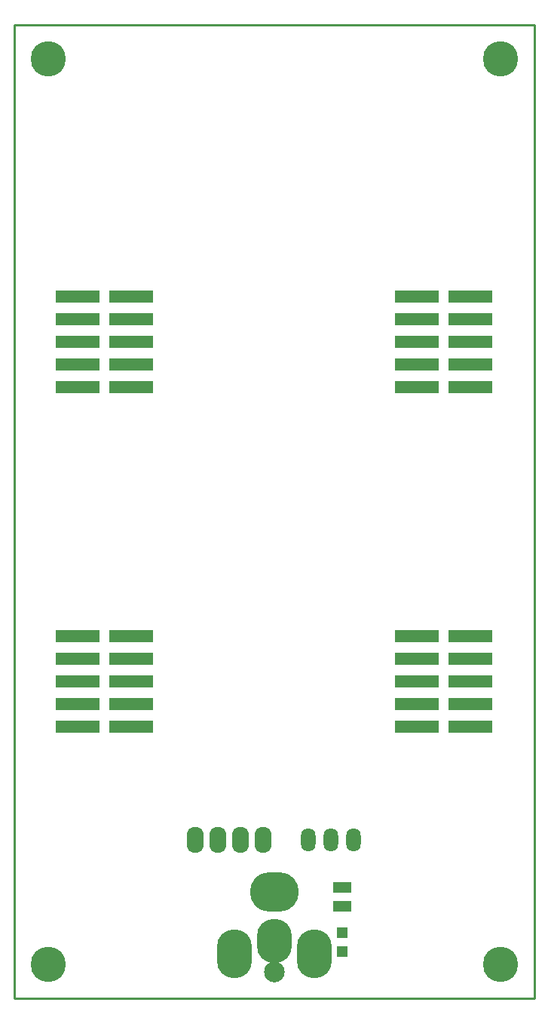
<source format=gts>
G04 #@! TF.FileFunction,Soldermask,Top*
%FSLAX46Y46*%
G04 Gerber Fmt 4.6, Leading zero omitted, Abs format (unit mm)*
G04 Created by KiCad (PCBNEW no-vcs-found-product) date Thu 23 Jul 2015 11:14:11 AM EDT*
%MOMM*%
G01*
G04 APERTURE LIST*
%ADD10C,0.100000*%
%ADD11C,0.228600*%
%ADD12R,4.895800X1.416000*%
%ADD13R,1.295400X1.295400*%
%ADD14C,2.330400*%
%ADD15O,3.956000X4.972000*%
%ADD16O,5.480000X4.464000*%
%ADD17O,3.956000X5.480000*%
%ADD18O,1.924000X2.940000*%
%ADD19O,1.625600X2.641600*%
%ADD20R,2.000200X1.187400*%
%ADD21C,3.956000*%
G04 APERTURE END LIST*
D10*
D11*
X107569000Y-162951160D02*
X107569000Y-53731160D01*
X165989000Y-162951160D02*
X107569000Y-162951160D01*
X165989000Y-53731160D02*
X165989000Y-162951160D01*
X107569000Y-53731160D02*
X165989000Y-53731160D01*
D12*
X120726200Y-132471000D03*
X114731800Y-132471000D03*
X120726200Y-129931000D03*
X114731800Y-129931000D03*
X120726200Y-127391000D03*
X114731800Y-127391000D03*
X120726200Y-124851000D03*
X114731800Y-124851000D03*
X120726200Y-122311000D03*
X114731800Y-122311000D03*
D13*
X144399000Y-155546900D03*
X144399000Y-157655100D03*
D12*
X158826200Y-132471000D03*
X152831800Y-132471000D03*
X158826200Y-129931000D03*
X152831800Y-129931000D03*
X158826200Y-127391000D03*
X152831800Y-127391000D03*
X158826200Y-124851000D03*
X152831800Y-124851000D03*
X158826200Y-122311000D03*
X152831800Y-122311000D03*
D14*
X136779000Y-159953800D03*
D15*
X136779000Y-156448600D03*
D16*
X136779000Y-150962200D03*
D17*
X141274800Y-157947200D03*
X132283200Y-157947200D03*
D12*
X120726200Y-94371200D03*
X114731800Y-94371200D03*
X120726200Y-91831200D03*
X114731800Y-91831200D03*
X120726200Y-89291200D03*
X114731800Y-89291200D03*
X120726200Y-86751200D03*
X114731800Y-86751200D03*
X120726200Y-84211200D03*
X114731800Y-84211200D03*
X158826200Y-94371200D03*
X152831800Y-94371200D03*
X158826200Y-91831200D03*
X152831800Y-91831200D03*
X158826200Y-89291200D03*
X152831800Y-89291200D03*
X158826200Y-86751200D03*
X152831800Y-86751200D03*
X158826200Y-84211200D03*
X152831800Y-84211200D03*
D18*
X135509000Y-145171000D03*
X132969000Y-145171000D03*
X130429000Y-145171000D03*
X127889000Y-145171000D03*
D19*
X140589000Y-145171000D03*
X143129000Y-145171000D03*
X145669000Y-145171000D03*
D20*
X144399000Y-150479600D03*
X144399000Y-152562400D03*
D21*
X111379000Y-57541200D03*
X162179000Y-57541200D03*
X111379000Y-159141000D03*
X162179000Y-159141000D03*
M02*

</source>
